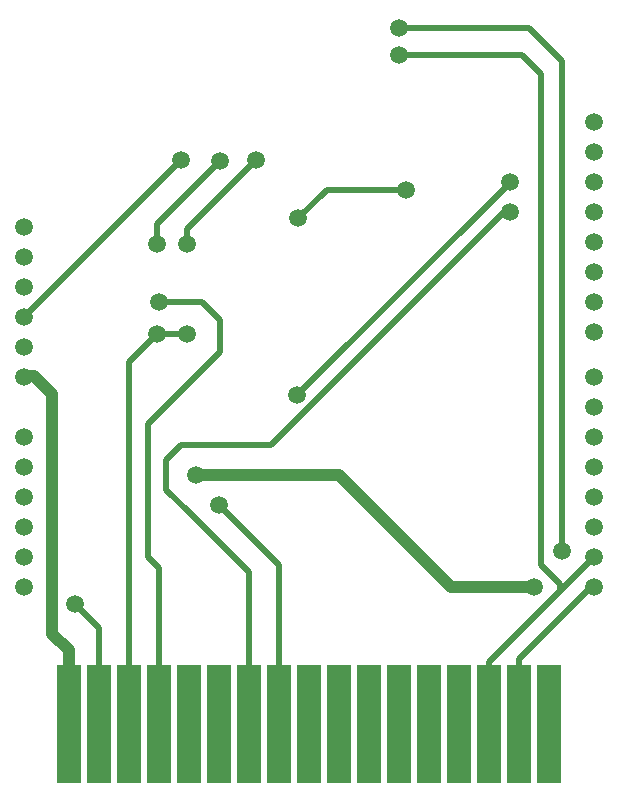
<source format=gbr>
G04 (created by PCBNEW (2013-may-18)-stable) date Пт 28 авг 2015 20:37:45*
%MOIN*%
G04 Gerber Fmt 3.4, Leading zero omitted, Abs format*
%FSLAX34Y34*%
G01*
G70*
G90*
G04 APERTURE LIST*
%ADD10C,0.00590551*%
%ADD11C,0.0590551*%
%ADD12R,0.0787402X0.393701*%
%ADD13C,0.019685*%
%ADD14C,0.0393701*%
G04 APERTURE END LIST*
G54D10*
G54D11*
X48200Y-39900D03*
X48200Y-38900D03*
X48200Y-42900D03*
X48200Y-43900D03*
X48200Y-41900D03*
X48200Y-40900D03*
X48200Y-47900D03*
X48200Y-48900D03*
X48200Y-50900D03*
X48200Y-49900D03*
X48200Y-45900D03*
X48200Y-46900D03*
X67200Y-43900D03*
X67200Y-44900D03*
X67200Y-46900D03*
X67200Y-45900D03*
X67200Y-49900D03*
X67200Y-50900D03*
X67200Y-48900D03*
X67200Y-47900D03*
X67200Y-39400D03*
X67200Y-40400D03*
X67200Y-42400D03*
X67200Y-41400D03*
X67200Y-37400D03*
X67200Y-38400D03*
X67200Y-36400D03*
X67200Y-35400D03*
G54D12*
X65700Y-55449D03*
X64700Y-55449D03*
X63700Y-55449D03*
X62700Y-55449D03*
X61700Y-55449D03*
X60700Y-55449D03*
X59700Y-55449D03*
X58700Y-55449D03*
X57700Y-55449D03*
X56700Y-55449D03*
X55700Y-55449D03*
X54700Y-55449D03*
X53700Y-55449D03*
X52700Y-55449D03*
X51700Y-55449D03*
X50700Y-55449D03*
X49700Y-55449D03*
G54D11*
X52649Y-42444D03*
X52649Y-39444D03*
X53649Y-42444D03*
X53649Y-39444D03*
X57325Y-44500D03*
X64400Y-37400D03*
X54700Y-48150D03*
X55950Y-36650D03*
X53450Y-36650D03*
X60950Y-37650D03*
X57350Y-38600D03*
X49900Y-51449D03*
X64400Y-38400D03*
X52700Y-41400D03*
X54750Y-36700D03*
X65200Y-50900D03*
X53950Y-47150D03*
X66150Y-49699D03*
X60700Y-32250D03*
X60700Y-33150D03*
G54D13*
X52649Y-42444D02*
X53649Y-42444D01*
X51700Y-43400D02*
X52700Y-42400D01*
X51700Y-55449D02*
X51700Y-43400D01*
X64400Y-37400D02*
X64400Y-37425D01*
X64400Y-37425D02*
X57325Y-44500D01*
X56700Y-50150D02*
X56700Y-55449D01*
X54700Y-48150D02*
X56700Y-50150D01*
X55950Y-36650D02*
X55950Y-36660D01*
X53649Y-38960D02*
X53649Y-39444D01*
X55950Y-36660D02*
X53649Y-38960D01*
X53450Y-36650D02*
X48200Y-41900D01*
X60950Y-37650D02*
X58300Y-37650D01*
X58300Y-37650D02*
X57350Y-38600D01*
X50700Y-52249D02*
X50700Y-55449D01*
X49900Y-51449D02*
X50700Y-52249D01*
X56450Y-46150D02*
X53450Y-46150D01*
X53450Y-46150D02*
X52950Y-46650D01*
X53700Y-48400D02*
X52950Y-47650D01*
X53700Y-48400D02*
X55700Y-50400D01*
X55700Y-55449D02*
X55700Y-50400D01*
X52950Y-47650D02*
X52950Y-46650D01*
X58450Y-44150D02*
X56450Y-46150D01*
X55650Y-55399D02*
X55700Y-55449D01*
X64200Y-38400D02*
X64400Y-38400D01*
X64200Y-38400D02*
X58450Y-44150D01*
X54750Y-42000D02*
X54750Y-43050D01*
X52350Y-49900D02*
X52700Y-50250D01*
X52700Y-55449D02*
X52700Y-50250D01*
X53100Y-41400D02*
X54150Y-41400D01*
X52700Y-41400D02*
X53100Y-41400D01*
X54150Y-41400D02*
X54750Y-42000D01*
X52350Y-45450D02*
X52350Y-49900D01*
X54750Y-43050D02*
X52350Y-45450D01*
X54750Y-36700D02*
X52655Y-38795D01*
X52655Y-39439D02*
X52649Y-39444D01*
X52655Y-38795D02*
X52655Y-39439D01*
G54D14*
X65200Y-50900D02*
X62950Y-50900D01*
X62950Y-50900D02*
X62450Y-50900D01*
X58700Y-47150D02*
X53950Y-47150D01*
X62450Y-50900D02*
X58700Y-47150D01*
X49700Y-52999D02*
X49700Y-55449D01*
X49150Y-52449D02*
X49700Y-52999D01*
X49150Y-44449D02*
X49150Y-52449D01*
X48539Y-43839D02*
X49150Y-44449D01*
X48216Y-43839D02*
X48539Y-43839D01*
G54D13*
X48216Y-43839D02*
X48216Y-43882D01*
X48216Y-43882D02*
X48216Y-43839D01*
X64700Y-53299D02*
X64700Y-55449D01*
X67160Y-50839D02*
X64700Y-53299D01*
X66150Y-33350D02*
X65050Y-32250D01*
X66150Y-49699D02*
X66150Y-33350D01*
X60700Y-32250D02*
X64400Y-32250D01*
X65050Y-32250D02*
X64400Y-32250D01*
X67216Y-50839D02*
X67160Y-50839D01*
X65400Y-51699D02*
X63700Y-53399D01*
X63700Y-53399D02*
X63700Y-55449D01*
X65450Y-50150D02*
X65450Y-33800D01*
X66074Y-50774D02*
X65450Y-50150D01*
X66074Y-50774D02*
X66074Y-51024D01*
X65450Y-33800D02*
X64800Y-33150D01*
X66150Y-50949D02*
X66074Y-51024D01*
X66074Y-51024D02*
X65400Y-51699D01*
X64800Y-33150D02*
X60700Y-33150D01*
X66400Y-50699D02*
X66150Y-50949D01*
X67216Y-49839D02*
X67216Y-49882D01*
X67216Y-49882D02*
X66400Y-50699D01*
M02*

</source>
